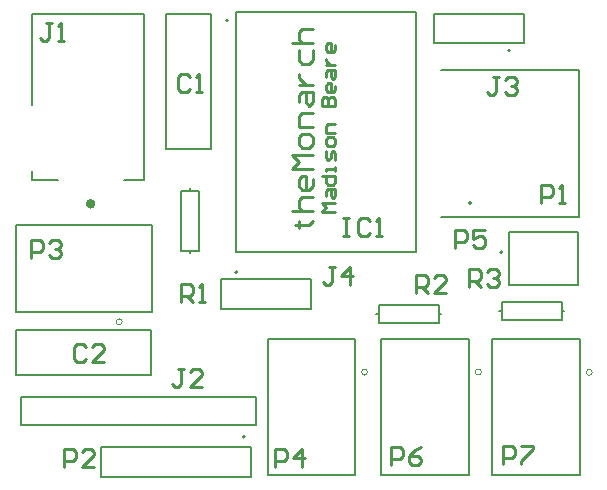
<source format=gbr>
%TF.GenerationSoftware,Altium Limited,Altium Designer,20.1.12 (249)*%
G04 Layer_Color=65535*
%FSLAX26Y26*%
%MOIN*%
%TF.SameCoordinates,3330814B-4F48-45CB-92AE-830D8B31506C*%
%TF.FilePolarity,Positive*%
%TF.FileFunction,Legend,Top*%
%TF.Part,Single*%
G01*
G75*
%TA.AperFunction,NonConductor*%
%ADD68C,0.007874*%
%ADD69C,0.005000*%
%ADD70C,0.000000*%
%ADD71C,0.015748*%
%ADD72C,0.006000*%
%ADD73C,0.010000*%
D68*
X783937Y712835D02*
G03*
X783937Y712835I-3937J0D01*
G01*
X1693937Y1452165D02*
G03*
X1693937Y1452165I-3937J0D01*
G01*
X808937Y164567D02*
G03*
X808937Y164567I-3937J0D01*
G01*
X1667205Y779685D02*
G03*
X1667205Y779685I-3937J0D01*
G01*
X753228Y1552047D02*
G03*
X753228Y1552047I-3937J0D01*
G01*
X595000Y985000D02*
X625000D01*
X595000Y785000D02*
Y985000D01*
Y785000D02*
X655000D01*
Y985000D01*
X625000D02*
X655000D01*
X625000Y776000D02*
Y785000D01*
Y985000D02*
Y994000D01*
X1455000Y575000D02*
Y605000D01*
X1255000D02*
X1455000D01*
X1255000Y545000D02*
Y605000D01*
Y545000D02*
X1455000D01*
Y575000D01*
X1246000D02*
X1255000D01*
X1455000D02*
X1464000D01*
X1865000Y585000D02*
Y615000D01*
X1665000D02*
X1865000D01*
X1665000Y555000D02*
Y615000D01*
Y555000D02*
X1865000D01*
Y585000D01*
X1656000D02*
X1665000D01*
X1865000D02*
X1874000D01*
X330000Y30000D02*
Y130000D01*
X830000D01*
X330000Y30000D02*
X830000D01*
Y130000D01*
X545000Y1125000D02*
X695000D01*
X545000D02*
Y1575000D01*
X695000D01*
Y1125000D02*
Y1575000D01*
X45000Y370000D02*
Y520000D01*
X495000D01*
Y370000D02*
Y520000D01*
X45000Y370000D02*
X495000D01*
D69*
X1564213Y942638D02*
G03*
X1564213Y942638I-5000J0D01*
G01*
X730000Y590787D02*
X1030000D01*
Y689213D01*
X730000D02*
X1030000D01*
X730000Y590787D02*
Y689213D01*
X1740000Y1475787D02*
Y1574213D01*
X1440000Y1475787D02*
X1740000D01*
X1440000D02*
Y1574213D01*
X1740000D01*
X847126Y203937D02*
Y296063D01*
X62874Y203937D02*
X847126D01*
X62874D02*
Y296063D01*
X847126D01*
X1921142Y671417D02*
Y848583D01*
X1688858D02*
X1921142D01*
X1688858Y671417D02*
Y848583D01*
Y671417D02*
X1921142D01*
X47795Y579331D02*
Y870669D01*
X500551D01*
Y579331D02*
Y870669D01*
X47795Y579331D02*
X500551D01*
X100000Y1575000D02*
X472165D01*
Y1020000D02*
Y1575000D01*
X100000Y1020000D02*
Y1050000D01*
X405000Y1020000D02*
X472165D01*
X100000Y1270000D02*
Y1575000D01*
Y1020000D02*
X185000D01*
X885118Y37795D02*
X1176457D01*
X885118D02*
Y490551D01*
X1176457D01*
Y37795D02*
Y490551D01*
X1264331Y37795D02*
X1555669D01*
X1264331D02*
Y490551D01*
X1555669D01*
Y37795D02*
Y490551D01*
X1634290Y36967D02*
X1925629D01*
X1634290D02*
Y489723D01*
X1925629D01*
Y36967D02*
Y489723D01*
X780000Y780000D02*
Y1580000D01*
Y780000D02*
X1380000D01*
Y1580000D01*
X780000D02*
X1380000D01*
D70*
X400315Y547835D02*
G03*
X400315Y547835I-10000J0D01*
G01*
X1217953Y380315D02*
G03*
X1217953Y380315I-10000J0D01*
G01*
X1597165D02*
G03*
X1597165Y380315I-10000J0D01*
G01*
X1967125Y379487D02*
G03*
X1967125Y379487I-10000J0D01*
G01*
D71*
X302874Y941260D02*
G03*
X302874Y941260I-7874J0D01*
G01*
D72*
X1922205Y896575D02*
Y1388701D01*
X1461575Y896575D02*
X1922205D01*
X1461575Y1388701D02*
X1922205D01*
D73*
X1110003Y729990D02*
X1090010D01*
X1100006D01*
Y680006D01*
X1090010Y670010D01*
X1080013D01*
X1070016Y680006D01*
X1159987Y670010D02*
Y729990D01*
X1129997Y700000D01*
X1169984D01*
X1110000Y915000D02*
X1065014D01*
X1080010Y929995D01*
X1065014Y944990D01*
X1110000D01*
X1080010Y967483D02*
Y982478D01*
X1087507Y989976D01*
X1110000D01*
Y967483D01*
X1102502Y959986D01*
X1095005Y967483D01*
Y989976D01*
X1065014Y1034961D02*
X1110000D01*
Y1012469D01*
X1102502Y1004971D01*
X1087507D01*
X1080010Y1012469D01*
Y1034961D01*
X1110000Y1049957D02*
Y1064952D01*
Y1057454D01*
X1080010D01*
Y1049957D01*
X1110000Y1087444D02*
Y1109937D01*
X1102502Y1117435D01*
X1095005Y1109937D01*
Y1094942D01*
X1087507Y1087444D01*
X1080010Y1094942D01*
Y1117435D01*
X1110000Y1139928D02*
Y1154923D01*
X1102502Y1162420D01*
X1087507D01*
X1080010Y1154923D01*
Y1139928D01*
X1087507Y1132430D01*
X1102502D01*
X1110000Y1139928D01*
Y1177415D02*
X1080010D01*
Y1199908D01*
X1087507Y1207406D01*
X1110000D01*
X1065014Y1267386D02*
X1110000D01*
Y1289879D01*
X1102502Y1297377D01*
X1095005D01*
X1087507Y1289879D01*
Y1267386D01*
Y1289879D01*
X1080010Y1297377D01*
X1072512D01*
X1065014Y1289879D01*
Y1267386D01*
X1110000Y1334865D02*
Y1319870D01*
X1102502Y1312372D01*
X1087507D01*
X1080010Y1319870D01*
Y1334865D01*
X1087507Y1342362D01*
X1095005D01*
Y1312372D01*
X1080010Y1364855D02*
Y1379850D01*
X1087507Y1387348D01*
X1110000D01*
Y1364855D01*
X1102502Y1357357D01*
X1095005Y1364855D01*
Y1387348D01*
X1080010Y1402343D02*
X1110000D01*
X1095005D01*
X1087507Y1409841D01*
X1080010Y1417338D01*
Y1424836D01*
X1110000Y1469821D02*
Y1454826D01*
X1102502Y1447328D01*
X1087507D01*
X1080010Y1454826D01*
Y1469821D01*
X1087507Y1477319D01*
X1095005D01*
Y1447328D01*
X976686Y871663D02*
X988348D01*
Y860000D01*
Y883326D01*
Y871663D01*
X1023337D01*
X1035000Y883326D01*
X965023Y918314D02*
X1035000D01*
X1000011D01*
X988348Y929977D01*
Y953303D01*
X1000011Y964966D01*
X1035000D01*
Y1023281D02*
Y999955D01*
X1023337Y988292D01*
X1000011D01*
X988348Y999955D01*
Y1023281D01*
X1000011Y1034944D01*
X1011674D01*
Y988292D01*
X1035000Y1058269D02*
X965023D01*
X988348Y1081595D01*
X965023Y1104921D01*
X1035000D01*
Y1139910D02*
Y1163235D01*
X1023337Y1174898D01*
X1000011D01*
X988348Y1163235D01*
Y1139910D01*
X1000011Y1128247D01*
X1023337D01*
X1035000Y1139910D01*
Y1198224D02*
X988348D01*
Y1233213D01*
X1000011Y1244876D01*
X1035000D01*
X988348Y1279864D02*
Y1303190D01*
X1000011Y1314853D01*
X1035000D01*
Y1279864D01*
X1023337Y1268201D01*
X1011674Y1279864D01*
Y1314853D01*
X988348Y1338179D02*
X1035000D01*
X1011674D01*
X1000011Y1349842D01*
X988348Y1361505D01*
Y1373168D01*
Y1454808D02*
Y1419819D01*
X1000011Y1408156D01*
X1023337D01*
X1035000Y1419819D01*
Y1454808D01*
X965023Y1478134D02*
X1035000D01*
X1000011D01*
X988348Y1489797D01*
Y1513122D01*
X1000011Y1524785D01*
X1035000D01*
X1795013Y943435D02*
Y1003415D01*
X1825003D01*
X1835000Y993419D01*
Y973425D01*
X1825003Y963428D01*
X1795013D01*
X1854994Y943435D02*
X1874987D01*
X1864990D01*
Y1003415D01*
X1854994Y993419D01*
X1670763Y74181D02*
Y134162D01*
X1700753D01*
X1710750Y124165D01*
Y104172D01*
X1700753Y94175D01*
X1670763D01*
X1730743Y134162D02*
X1770730D01*
Y124165D01*
X1730743Y84178D01*
Y74181D01*
X1295016Y70010D02*
Y129990D01*
X1325006D01*
X1335003Y119993D01*
Y100000D01*
X1325006Y90003D01*
X1295016D01*
X1394984Y129990D02*
X1374990Y119993D01*
X1354997Y100000D01*
Y80007D01*
X1364994Y70010D01*
X1384987D01*
X1394984Y80007D01*
Y90003D01*
X1384987Y100000D01*
X1354997D01*
X910016Y65010D02*
Y124990D01*
X940006D01*
X950003Y114993D01*
Y95000D01*
X940006Y85003D01*
X910016D01*
X999987Y65010D02*
Y124990D01*
X969997Y95000D01*
X1009984D01*
X95016Y760010D02*
Y819990D01*
X125007D01*
X135003Y809994D01*
Y790000D01*
X125007Y780003D01*
X95016D01*
X154997Y809994D02*
X164994Y819990D01*
X184987D01*
X194984Y809994D01*
Y799997D01*
X184987Y790000D01*
X174990D01*
X184987D01*
X194984Y780003D01*
Y770006D01*
X184987Y760010D01*
X164994D01*
X154997Y770006D01*
X605003Y389990D02*
X585010D01*
X595006D01*
Y340007D01*
X585010Y330010D01*
X575013D01*
X565016Y340007D01*
X664984Y330010D02*
X624997D01*
X664984Y369997D01*
Y379993D01*
X654987Y389990D01*
X634994D01*
X624997Y379993D01*
X1135021Y894990D02*
X1155015D01*
X1145018D01*
Y835010D01*
X1135021D01*
X1155015D01*
X1224992Y884994D02*
X1214995Y894990D01*
X1195002D01*
X1185005Y884994D01*
Y845006D01*
X1195002Y835010D01*
X1214995D01*
X1224992Y845006D01*
X1244986Y835010D02*
X1264979D01*
X1254982D01*
Y894990D01*
X1244986Y884994D01*
X1555016Y665010D02*
Y724990D01*
X1585006D01*
X1595003Y714994D01*
Y695000D01*
X1585006Y685003D01*
X1555016D01*
X1575010D02*
X1595003Y665010D01*
X1614997Y714994D02*
X1624994Y724990D01*
X1644987D01*
X1654984Y714994D01*
Y704997D01*
X1644987Y695000D01*
X1634990D01*
X1644987D01*
X1654984Y685003D01*
Y675006D01*
X1644987Y665010D01*
X1624994D01*
X1614997Y675006D01*
X1380016Y645010D02*
Y704990D01*
X1410006D01*
X1420003Y694994D01*
Y675000D01*
X1410006Y665003D01*
X1380016D01*
X1400010D02*
X1420003Y645010D01*
X1479984D02*
X1439997D01*
X1479984Y684997D01*
Y694994D01*
X1469987Y704990D01*
X1449994D01*
X1439997Y694994D01*
X595013Y615010D02*
Y674990D01*
X625003D01*
X635000Y664994D01*
Y645000D01*
X625003Y635003D01*
X595013D01*
X615006D02*
X635000Y615010D01*
X654994D02*
X674987D01*
X664990D01*
Y674990D01*
X654994Y664994D01*
X1510016Y795010D02*
Y854990D01*
X1540006D01*
X1550003Y844994D01*
Y825000D01*
X1540006Y815003D01*
X1510016D01*
X1609984Y854990D02*
X1569997D01*
Y825000D01*
X1589990Y834997D01*
X1599987D01*
X1609984Y825000D01*
Y805006D01*
X1599987Y795010D01*
X1579994D01*
X1569997Y805006D01*
X205016Y65010D02*
Y124990D01*
X235006D01*
X245003Y114993D01*
Y95000D01*
X235006Y85003D01*
X205016D01*
X304984Y65010D02*
X264997D01*
X304984Y104997D01*
Y114993D01*
X294987Y124990D01*
X274994D01*
X264997Y114993D01*
X1655003Y1364990D02*
X1635010D01*
X1645006D01*
Y1315006D01*
X1635010Y1305010D01*
X1625013D01*
X1615016Y1315006D01*
X1674997Y1354994D02*
X1684994Y1364990D01*
X1704987D01*
X1714984Y1354994D01*
Y1344997D01*
X1704987Y1335000D01*
X1694990D01*
X1704987D01*
X1714984Y1325003D01*
Y1315006D01*
X1704987Y1305010D01*
X1684994D01*
X1674997Y1315006D01*
X165000Y1544833D02*
X145006D01*
X155003D01*
Y1494849D01*
X145006Y1484852D01*
X135010D01*
X125013Y1494849D01*
X184994Y1484852D02*
X204987D01*
X194990D01*
Y1544833D01*
X184994Y1534836D01*
X280003Y464993D02*
X270007Y474990D01*
X250013D01*
X240016Y464993D01*
Y425007D01*
X250013Y415010D01*
X270007D01*
X280003Y425007D01*
X339984Y415010D02*
X299997D01*
X339984Y454997D01*
Y464993D01*
X329987Y474990D01*
X309994D01*
X299997Y464993D01*
X625000Y1364994D02*
X615003Y1374990D01*
X595010D01*
X585013Y1364994D01*
Y1325006D01*
X595010Y1315010D01*
X615003D01*
X625000Y1325006D01*
X644994Y1315010D02*
X664987D01*
X654990D01*
Y1374990D01*
X644994Y1364994D01*
%TF.MD5,04cfb05841dae5780bceabf8b191524c*%
M02*

</source>
